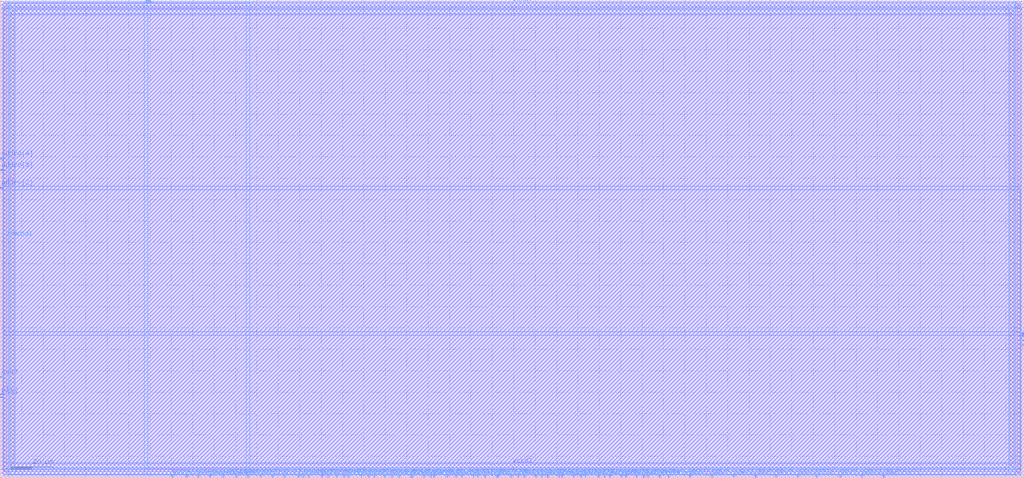
<source format=lef>
VERSION 5.4 ;
NAMESCASESENSITIVE ON ;
BUSBITCHARS "[]" ;
DIVIDERCHAR "/" ;
UNITS
  DATABASE MICRONS 1000 ;
END UNITS
MACRO sky130_sram_1kbyte_1rw_32x256_8
   CLASS BLOCK ;
   SIZE 478.42 BY 223.42 ;
   SYMMETRY X Y R90 ;
   PIN din0[0]
      DIRECTION INPUT ;
      PORT
         LAYER met4 ;
         RECT  115.6 0.0 115.98 1.06 ;
      END
   END din0[0]
   PIN din0[1]
      DIRECTION INPUT ;
      PORT
         LAYER met4 ;
         RECT  121.72 0.0 122.1 1.06 ;
      END
   END din0[1]
   PIN din0[2]
      DIRECTION INPUT ;
      PORT
         LAYER met4 ;
         RECT  127.16 0.0 127.54 1.06 ;
      END
   END din0[2]
   PIN din0[3]
      DIRECTION INPUT ;
      PORT
         LAYER met4 ;
         RECT  132.6 0.0 132.98 1.06 ;
      END
   END din0[3]
   PIN din0[4]
      DIRECTION INPUT ;
      PORT
         LAYER met4 ;
         RECT  139.4 0.0 139.78 1.06 ;
      END
   END din0[4]
   PIN din0[5]
      DIRECTION INPUT ;
      PORT
         LAYER met4 ;
         RECT  144.16 0.0 144.54 1.06 ;
      END
   END din0[5]
   PIN din0[6]
      DIRECTION INPUT ;
      PORT
         LAYER met4 ;
         RECT  150.28 0.0 150.66 1.06 ;
      END
   END din0[6]
   PIN din0[7]
      DIRECTION INPUT ;
      PORT
         LAYER met4 ;
         RECT  157.08 0.0 157.46 1.06 ;
      END
   END din0[7]
   PIN din0[8]
      DIRECTION INPUT ;
      PORT
         LAYER met4 ;
         RECT  162.52 0.0 162.9 1.06 ;
      END
   END din0[8]
   PIN din0[9]
      DIRECTION INPUT ;
      PORT
         LAYER met4 ;
         RECT  168.64 0.0 169.02 1.06 ;
      END
   END din0[9]
   PIN din0[10]
      DIRECTION INPUT ;
      PORT
         LAYER met4 ;
         RECT  174.76 0.0 175.14 1.06 ;
      END
   END din0[10]
   PIN din0[11]
      DIRECTION INPUT ;
      PORT
         LAYER met4 ;
         RECT  179.52 0.0 179.9 1.06 ;
      END
   END din0[11]
   PIN din0[12]
      DIRECTION INPUT ;
      PORT
         LAYER met4 ;
         RECT  186.32 0.0 186.7 1.06 ;
      END
   END din0[12]
   PIN din0[13]
      DIRECTION INPUT ;
      PORT
         LAYER met4 ;
         RECT  191.76 0.0 192.14 1.06 ;
      END
   END din0[13]
   PIN din0[14]
      DIRECTION INPUT ;
      PORT
         LAYER met4 ;
         RECT  197.88 0.0 198.26 1.06 ;
      END
   END din0[14]
   PIN din0[15]
      DIRECTION INPUT ;
      PORT
         LAYER met4 ;
         RECT  202.64 0.0 203.02 1.06 ;
      END
   END din0[15]
   PIN din0[16]
      DIRECTION INPUT ;
      PORT
         LAYER met4 ;
         RECT  208.76 0.0 209.14 1.06 ;
      END
   END din0[16]
   PIN din0[17]
      DIRECTION INPUT ;
      PORT
         LAYER met4 ;
         RECT  215.56 0.0 215.94 1.06 ;
      END
   END din0[17]
   PIN din0[18]
      DIRECTION INPUT ;
      PORT
         LAYER met4 ;
         RECT  221.0 0.0 221.38 1.06 ;
      END
   END din0[18]
   PIN din0[19]
      DIRECTION INPUT ;
      PORT
         LAYER met4 ;
         RECT  226.44 0.0 226.82 1.06 ;
      END
   END din0[19]
   PIN din0[20]
      DIRECTION INPUT ;
      PORT
         LAYER met4 ;
         RECT  231.88 0.0 232.26 1.06 ;
      END
   END din0[20]
   PIN din0[21]
      DIRECTION INPUT ;
      PORT
         LAYER met4 ;
         RECT  238.68 0.0 239.06 1.06 ;
      END
   END din0[21]
   PIN din0[22]
      DIRECTION INPUT ;
      PORT
         LAYER met4 ;
         RECT  244.8 0.0 245.18 1.06 ;
      END
   END din0[22]
   PIN din0[23]
      DIRECTION INPUT ;
      PORT
         LAYER met4 ;
         RECT  250.24 0.0 250.62 1.06 ;
      END
   END din0[23]
   PIN din0[24]
      DIRECTION INPUT ;
      PORT
         LAYER met4 ;
         RECT  255.68 0.0 256.06 1.06 ;
      END
   END din0[24]
   PIN din0[25]
      DIRECTION INPUT ;
      PORT
         LAYER met4 ;
         RECT  261.12 0.0 261.5 1.06 ;
      END
   END din0[25]
   PIN din0[26]
      DIRECTION INPUT ;
      PORT
         LAYER met4 ;
         RECT  267.92 0.0 268.3 1.06 ;
      END
   END din0[26]
   PIN din0[27]
      DIRECTION INPUT ;
      PORT
         LAYER met4 ;
         RECT  273.36 0.0 273.74 1.06 ;
      END
   END din0[27]
   PIN din0[28]
      DIRECTION INPUT ;
      PORT
         LAYER met4 ;
         RECT  279.48 0.0 279.86 1.06 ;
      END
   END din0[28]
   PIN din0[29]
      DIRECTION INPUT ;
      PORT
         LAYER met4 ;
         RECT  284.92 0.0 285.3 1.06 ;
      END
   END din0[29]
   PIN din0[30]
      DIRECTION INPUT ;
      PORT
         LAYER met4 ;
         RECT  290.36 0.0 290.74 1.06 ;
      END
   END din0[30]
   PIN din0[31]
      DIRECTION INPUT ;
      PORT
         LAYER met4 ;
         RECT  297.16 0.0 297.54 1.06 ;
      END
   END din0[31]
   PIN din0[32]
      DIRECTION INPUT ;
      PORT
         LAYER met4 ;
         RECT  302.6 0.0 302.98 1.06 ;
      END
   END din0[32]
   PIN addr0[0]
      DIRECTION INPUT ;
      PORT
         LAYER met4 ;
         RECT  80.24 0.0 80.62 1.06 ;
      END
   END addr0[0]
   PIN addr0[1]
      DIRECTION INPUT ;
      PORT
         LAYER met4 ;
         RECT  87.04 0.0 87.42 1.06 ;
      END
   END addr0[1]
   PIN addr0[2]
      DIRECTION INPUT ;
      PORT
         LAYER met3 ;
         RECT  0.0 135.32 1.06 135.7 ;
      END
   END addr0[2]
   PIN addr0[3]
      DIRECTION INPUT ;
      PORT
         LAYER met3 ;
         RECT  0.0 143.48 1.06 143.86 ;
      END
   END addr0[3]
   PIN addr0[4]
      DIRECTION INPUT ;
      PORT
         LAYER met3 ;
         RECT  0.0 148.92 1.06 149.3 ;
      END
   END addr0[4]
   PIN addr0[5]
      DIRECTION INPUT ;
      PORT
         LAYER met4 ;
         RECT  68.0 222.36 68.38 223.42 ;
      END
   END addr0[5]
   PIN addr0[6]
      DIRECTION INPUT ;
      PORT
         LAYER met4 ;
         RECT  70.04 222.36 70.42 223.42 ;
      END
   END addr0[6]
   PIN addr0[7]
      DIRECTION INPUT ;
      PORT
         LAYER met4 ;
         RECT  69.36 222.36 69.74 223.42 ;
      END
   END addr0[7]
   PIN addr0[8]
      DIRECTION INPUT ;
      PORT
         LAYER met4 ;
         RECT  68.68 222.36 69.06 223.42 ;
      END
   END addr0[8]
   PIN csb0
      DIRECTION INPUT ;
      PORT
         LAYER met3 ;
         RECT  0.0 37.4 1.06 37.78 ;
      END
   END csb0
   PIN web0
      DIRECTION INPUT ;
      PORT
         LAYER met3 ;
         RECT  0.0 46.92 1.06 47.3 ;
      END
   END web0
   PIN clk0
      DIRECTION INPUT ;
      PORT
         LAYER met3 ;
         RECT  0.0 38.76 1.06 39.14 ;
      END
   END clk0
   PIN wmask0[0]
      DIRECTION INPUT ;
      PORT
         LAYER met4 ;
         RECT  92.48 0.0 92.86 1.06 ;
      END
   END wmask0[0]
   PIN wmask0[1]
      DIRECTION INPUT ;
      PORT
         LAYER met4 ;
         RECT  97.92 0.0 98.3 1.06 ;
      END
   END wmask0[1]
   PIN wmask0[2]
      DIRECTION INPUT ;
      PORT
         LAYER met4 ;
         RECT  104.04 0.0 104.42 1.06 ;
      END
   END wmask0[2]
   PIN wmask0[3]
      DIRECTION INPUT ;
      PORT
         LAYER met4 ;
         RECT  110.16 0.0 110.54 1.06 ;
      END
   END wmask0[3]
   PIN spare_wen0
      DIRECTION INPUT ;
      PORT
         LAYER met4 ;
         RECT  308.04 0.0 308.42 1.06 ;
      END
   END spare_wen0
   PIN dout0[0]
      DIRECTION OUTPUT ;
      PORT
         LAYER met4 ;
         RECT  141.44 0.0 141.82 1.06 ;
      END
   END dout0[0]
   PIN dout0[1]
      DIRECTION OUTPUT ;
      PORT
         LAYER met4 ;
         RECT  153.0 0.0 153.38 1.06 ;
      END
   END dout0[1]
   PIN dout0[2]
      DIRECTION OUTPUT ;
      PORT
         LAYER met4 ;
         RECT  160.48 0.0 160.86 1.06 ;
      END
   END dout0[2]
   PIN dout0[3]
      DIRECTION OUTPUT ;
      PORT
         LAYER met4 ;
         RECT  172.04 0.0 172.42 1.06 ;
      END
   END dout0[3]
   PIN dout0[4]
      DIRECTION OUTPUT ;
      PORT
         LAYER met4 ;
         RECT  182.92 0.0 183.3 1.06 ;
      END
   END dout0[4]
   PIN dout0[5]
      DIRECTION OUTPUT ;
      PORT
         LAYER met4 ;
         RECT  192.44 0.0 192.82 1.06 ;
      END
   END dout0[5]
   PIN dout0[6]
      DIRECTION OUTPUT ;
      PORT
         LAYER met4 ;
         RECT  201.28 0.0 201.66 1.06 ;
      END
   END dout0[6]
   PIN dout0[7]
      DIRECTION OUTPUT ;
      PORT
         LAYER met4 ;
         RECT  212.84 0.0 213.22 1.06 ;
      END
   END dout0[7]
   PIN dout0[8]
      DIRECTION OUTPUT ;
      PORT
         LAYER met4 ;
         RECT  223.04 0.0 223.42 1.06 ;
      END
   END dout0[8]
   PIN dout0[9]
      DIRECTION OUTPUT ;
      PORT
         LAYER met4 ;
         RECT  232.56 0.0 232.94 1.06 ;
      END
   END dout0[9]
   PIN dout0[10]
      DIRECTION OUTPUT ;
      PORT
         LAYER met4 ;
         RECT  242.08 0.0 242.46 1.06 ;
      END
   END dout0[10]
   PIN dout0[11]
      DIRECTION OUTPUT ;
      PORT
         LAYER met4 ;
         RECT  252.96 0.0 253.34 1.06 ;
      END
   END dout0[11]
   PIN dout0[12]
      DIRECTION OUTPUT ;
      PORT
         LAYER met4 ;
         RECT  262.48 0.0 262.86 1.06 ;
      END
   END dout0[12]
   PIN dout0[13]
      DIRECTION OUTPUT ;
      PORT
         LAYER met4 ;
         RECT  271.32 0.0 271.7 1.06 ;
      END
   END dout0[13]
   PIN dout0[14]
      DIRECTION OUTPUT ;
      PORT
         LAYER met4 ;
         RECT  282.2 0.0 282.58 1.06 ;
      END
   END dout0[14]
   PIN dout0[15]
      DIRECTION OUTPUT ;
      PORT
         LAYER met4 ;
         RECT  292.4 0.0 292.78 1.06 ;
      END
   END dout0[15]
   PIN dout0[16]
      DIRECTION OUTPUT ;
      PORT
         LAYER met4 ;
         RECT  300.56 0.0 300.94 1.06 ;
      END
   END dout0[16]
   PIN dout0[17]
      DIRECTION OUTPUT ;
      PORT
         LAYER met4 ;
         RECT  312.12 0.0 312.5 1.06 ;
      END
   END dout0[17]
   PIN dout0[18]
      DIRECTION OUTPUT ;
      PORT
         LAYER met4 ;
         RECT  322.32 0.0 322.7 1.06 ;
      END
   END dout0[18]
   PIN dout0[19]
      DIRECTION OUTPUT ;
      PORT
         LAYER met4 ;
         RECT  332.52 0.0 332.9 1.06 ;
      END
   END dout0[19]
   PIN dout0[20]
      DIRECTION OUTPUT ;
      PORT
         LAYER met4 ;
         RECT  342.72 0.0 343.1 1.06 ;
      END
   END dout0[20]
   PIN dout0[21]
      DIRECTION OUTPUT ;
      PORT
         LAYER met4 ;
         RECT  352.92 0.0 353.3 1.06 ;
      END
   END dout0[21]
   PIN dout0[22]
      DIRECTION OUTPUT ;
      PORT
         LAYER met4 ;
         RECT  362.44 0.0 362.82 1.06 ;
      END
   END dout0[22]
   PIN dout0[23]
      DIRECTION OUTPUT ;
      PORT
         LAYER met4 ;
         RECT  372.64 0.0 373.02 1.06 ;
      END
   END dout0[23]
   PIN dout0[24]
      DIRECTION OUTPUT ;
      PORT
         LAYER met4 ;
         RECT  381.48 0.0 381.86 1.06 ;
      END
   END dout0[24]
   PIN dout0[25]
      DIRECTION OUTPUT ;
      PORT
         LAYER met4 ;
         RECT  392.36 0.0 392.74 1.06 ;
      END
   END dout0[25]
   PIN dout0[26]
      DIRECTION OUTPUT ;
      PORT
         LAYER met4 ;
         RECT  402.56 0.0 402.94 1.06 ;
      END
   END dout0[26]
   PIN dout0[27]
      DIRECTION OUTPUT ;
      PORT
         LAYER met4 ;
         RECT  412.76 0.0 413.14 1.06 ;
      END
   END dout0[27]
   PIN dout0[28]
      DIRECTION OUTPUT ;
      PORT
         LAYER met3 ;
         RECT  477.36 67.32 478.42 67.7 ;
      END
   END dout0[28]
   PIN dout0[29]
      DIRECTION OUTPUT ;
      PORT
         LAYER met3 ;
         RECT  477.36 66.64 478.42 67.02 ;
      END
   END dout0[29]
   PIN dout0[30]
      DIRECTION OUTPUT ;
      PORT
         LAYER met3 ;
         RECT  477.36 65.96 478.42 66.34 ;
      END
   END dout0[30]
   PIN dout0[31]
      DIRECTION OUTPUT ;
      PORT
         LAYER met3 ;
         RECT  477.36 61.88 478.42 62.26 ;
      END
   END dout0[31]
   PIN dout0[32]
      DIRECTION OUTPUT ;
      PORT
         LAYER met3 ;
         RECT  477.36 63.92 478.42 64.3 ;
      END
   END dout0[32]
   PIN vccd1
      DIRECTION INOUT ;
      USE POWER ; 
      SHAPE ABUTMENT ; 
      PORT
         LAYER met3 ;
         RECT  4.76 216.92 473.66 218.66 ;
         LAYER met4 ;
         RECT  471.92 4.76 473.66 218.66 ;
         LAYER met3 ;
         RECT  4.76 4.76 473.66 6.5 ;
         LAYER met4 ;
         RECT  4.76 4.76 6.5 218.66 ;
      END
   END vccd1
   PIN vssd1
      DIRECTION INOUT ;
      USE GROUND ; 
      SHAPE ABUTMENT ; 
      PORT
         LAYER met4 ;
         RECT  475.32 1.36 477.06 222.06 ;
         LAYER met3 ;
         RECT  1.36 1.36 477.06 3.1 ;
         LAYER met4 ;
         RECT  1.36 1.36 3.1 222.06 ;
         LAYER met3 ;
         RECT  1.36 220.32 477.06 222.06 ;
      END
   END vssd1
   OBS
   LAYER  met1 ;
      RECT  0.62 0.62 477.8 222.8 ;
   LAYER  met2 ;
      RECT  0.62 0.62 477.8 222.8 ;
   LAYER  met3 ;
      RECT  1.66 134.72 477.8 136.3 ;
      RECT  0.62 136.3 1.66 142.88 ;
      RECT  0.62 144.46 1.66 148.32 ;
      RECT  0.62 47.9 1.66 134.72 ;
      RECT  0.62 39.74 1.66 46.32 ;
      RECT  1.66 66.72 476.76 68.3 ;
      RECT  1.66 68.3 476.76 134.72 ;
      RECT  476.76 68.3 477.8 134.72 ;
      RECT  476.76 62.86 477.8 63.32 ;
      RECT  476.76 64.9 477.8 65.36 ;
      RECT  1.66 136.3 4.16 216.32 ;
      RECT  1.66 216.32 4.16 219.26 ;
      RECT  4.16 136.3 474.26 216.32 ;
      RECT  474.26 136.3 477.8 216.32 ;
      RECT  474.26 216.32 477.8 219.26 ;
      RECT  1.66 4.16 4.16 7.1 ;
      RECT  1.66 7.1 4.16 66.72 ;
      RECT  4.16 7.1 474.26 66.72 ;
      RECT  474.26 4.16 476.76 7.1 ;
      RECT  474.26 7.1 476.76 66.72 ;
      RECT  0.62 0.62 0.76 0.76 ;
      RECT  0.62 0.76 0.76 3.7 ;
      RECT  0.62 3.7 0.76 36.8 ;
      RECT  0.76 0.62 1.66 0.76 ;
      RECT  0.76 3.7 1.66 36.8 ;
      RECT  476.76 0.62 477.66 0.76 ;
      RECT  476.76 3.7 477.66 61.28 ;
      RECT  477.66 0.62 477.8 0.76 ;
      RECT  477.66 0.76 477.8 3.7 ;
      RECT  477.66 3.7 477.8 61.28 ;
      RECT  1.66 0.62 4.16 0.76 ;
      RECT  1.66 3.7 4.16 4.16 ;
      RECT  4.16 0.62 474.26 0.76 ;
      RECT  4.16 3.7 474.26 4.16 ;
      RECT  474.26 0.62 476.76 0.76 ;
      RECT  474.26 3.7 476.76 4.16 ;
      RECT  0.62 149.9 0.76 219.72 ;
      RECT  0.62 219.72 0.76 222.66 ;
      RECT  0.62 222.66 0.76 222.8 ;
      RECT  0.76 149.9 1.66 219.72 ;
      RECT  0.76 222.66 1.66 222.8 ;
      RECT  1.66 219.26 4.16 219.72 ;
      RECT  1.66 222.66 4.16 222.8 ;
      RECT  4.16 219.26 474.26 219.72 ;
      RECT  4.16 222.66 474.26 222.8 ;
      RECT  474.26 219.26 477.66 219.72 ;
      RECT  474.26 222.66 477.66 222.8 ;
      RECT  477.66 219.26 477.8 219.72 ;
      RECT  477.66 219.72 477.8 222.66 ;
      RECT  477.66 222.66 477.8 222.8 ;
   LAYER  met4 ;
      RECT  115.0 1.66 116.58 222.8 ;
      RECT  116.58 0.62 121.12 1.66 ;
      RECT  122.7 0.62 126.56 1.66 ;
      RECT  128.14 0.62 132.0 1.66 ;
      RECT  133.58 0.62 138.8 1.66 ;
      RECT  145.14 0.62 149.68 1.66 ;
      RECT  163.5 0.62 168.04 1.66 ;
      RECT  175.74 0.62 178.92 1.66 ;
      RECT  187.3 0.62 191.16 1.66 ;
      RECT  203.62 0.62 208.16 1.66 ;
      RECT  216.54 0.62 220.4 1.66 ;
      RECT  227.42 0.62 231.28 1.66 ;
      RECT  245.78 0.62 249.64 1.66 ;
      RECT  256.66 0.62 260.52 1.66 ;
      RECT  274.34 0.62 278.88 1.66 ;
      RECT  285.9 0.62 289.76 1.66 ;
      RECT  81.22 0.62 86.44 1.66 ;
      RECT  67.4 1.66 68.98 221.76 ;
      RECT  68.98 1.66 115.0 221.76 ;
      RECT  71.02 221.76 115.0 222.8 ;
      RECT  88.02 0.62 91.88 1.66 ;
      RECT  93.46 0.62 97.32 1.66 ;
      RECT  98.9 0.62 103.44 1.66 ;
      RECT  105.02 0.62 109.56 1.66 ;
      RECT  111.14 0.62 115.0 1.66 ;
      RECT  303.58 0.62 307.44 1.66 ;
      RECT  140.38 0.62 140.84 1.66 ;
      RECT  142.42 0.62 143.56 1.66 ;
      RECT  151.26 0.62 152.4 1.66 ;
      RECT  153.98 0.62 156.48 1.66 ;
      RECT  158.06 0.62 159.88 1.66 ;
      RECT  161.46 0.62 161.92 1.66 ;
      RECT  169.62 0.62 171.44 1.66 ;
      RECT  173.02 0.62 174.16 1.66 ;
      RECT  180.5 0.62 182.32 1.66 ;
      RECT  183.9 0.62 185.72 1.66 ;
      RECT  193.42 0.62 197.28 1.66 ;
      RECT  198.86 0.62 200.68 1.66 ;
      RECT  209.74 0.62 212.24 1.66 ;
      RECT  213.82 0.62 214.96 1.66 ;
      RECT  221.98 0.62 222.44 1.66 ;
      RECT  224.02 0.62 225.84 1.66 ;
      RECT  233.54 0.62 238.08 1.66 ;
      RECT  239.66 0.62 241.48 1.66 ;
      RECT  243.06 0.62 244.2 1.66 ;
      RECT  251.22 0.62 252.36 1.66 ;
      RECT  253.94 0.62 255.08 1.66 ;
      RECT  263.46 0.62 267.32 1.66 ;
      RECT  268.9 0.62 270.72 1.66 ;
      RECT  272.3 0.62 272.76 1.66 ;
      RECT  280.46 0.62 281.6 1.66 ;
      RECT  283.18 0.62 284.32 1.66 ;
      RECT  291.34 0.62 291.8 1.66 ;
      RECT  293.38 0.62 296.56 1.66 ;
      RECT  298.14 0.62 299.96 1.66 ;
      RECT  301.54 0.62 302.0 1.66 ;
      RECT  309.02 0.62 311.52 1.66 ;
      RECT  313.1 0.62 321.72 1.66 ;
      RECT  323.3 0.62 331.92 1.66 ;
      RECT  333.5 0.62 342.12 1.66 ;
      RECT  343.7 0.62 352.32 1.66 ;
      RECT  353.9 0.62 361.84 1.66 ;
      RECT  363.42 0.62 372.04 1.66 ;
      RECT  373.62 0.62 380.88 1.66 ;
      RECT  382.46 0.62 391.76 1.66 ;
      RECT  393.34 0.62 401.96 1.66 ;
      RECT  403.54 0.62 412.16 1.66 ;
      RECT  116.58 1.66 471.32 4.16 ;
      RECT  116.58 4.16 471.32 219.26 ;
      RECT  116.58 219.26 471.32 222.8 ;
      RECT  471.32 1.66 474.26 4.16 ;
      RECT  471.32 219.26 474.26 222.8 ;
      RECT  4.16 1.66 7.1 4.16 ;
      RECT  4.16 219.26 7.1 221.76 ;
      RECT  7.1 1.66 67.4 4.16 ;
      RECT  7.1 4.16 67.4 219.26 ;
      RECT  7.1 219.26 67.4 221.76 ;
      RECT  413.74 0.62 474.72 0.76 ;
      RECT  413.74 0.76 474.72 1.66 ;
      RECT  474.72 0.62 477.66 0.76 ;
      RECT  477.66 0.62 477.8 0.76 ;
      RECT  477.66 0.76 477.8 1.66 ;
      RECT  474.26 1.66 474.72 4.16 ;
      RECT  477.66 1.66 477.8 4.16 ;
      RECT  474.26 4.16 474.72 219.26 ;
      RECT  477.66 4.16 477.8 219.26 ;
      RECT  474.26 219.26 474.72 222.66 ;
      RECT  474.26 222.66 474.72 222.8 ;
      RECT  474.72 222.66 477.66 222.8 ;
      RECT  477.66 219.26 477.8 222.66 ;
      RECT  477.66 222.66 477.8 222.8 ;
      RECT  0.62 0.62 0.76 0.76 ;
      RECT  0.62 0.76 0.76 1.66 ;
      RECT  0.76 0.62 3.7 0.76 ;
      RECT  3.7 0.62 79.64 0.76 ;
      RECT  3.7 0.76 79.64 1.66 ;
      RECT  0.62 221.76 0.76 222.66 ;
      RECT  0.62 222.66 0.76 222.8 ;
      RECT  0.76 222.66 3.7 222.8 ;
      RECT  3.7 221.76 67.4 222.66 ;
      RECT  3.7 222.66 67.4 222.8 ;
      RECT  0.62 1.66 0.76 4.16 ;
      RECT  3.7 1.66 4.16 4.16 ;
      RECT  0.62 4.16 0.76 219.26 ;
      RECT  3.7 4.16 4.16 219.26 ;
      RECT  0.62 219.26 0.76 221.76 ;
      RECT  3.7 219.26 4.16 221.76 ;
   END
END    sky130_sram_1kbyte_1rw_32x256_8
END    LIBRARY

</source>
